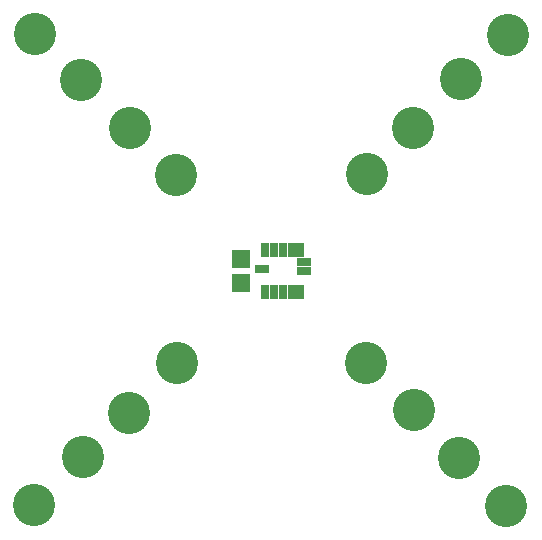
<source format=gbr>
G04 #@! TF.FileFunction,Soldermask,Bot*
%FSLAX46Y46*%
G04 Gerber Fmt 4.6, Leading zero omitted, Abs format (unit mm)*
G04 Created by KiCad (PCBNEW 4.0.6) date 05/07/17 20:50:35*
%MOMM*%
%LPD*%
G01*
G04 APERTURE LIST*
%ADD10C,0.100000*%
%ADD11R,1.600000X1.600000*%
%ADD12C,2.940000*%
%ADD13C,3.575000*%
%ADD14R,0.750000X1.205000*%
%ADD15R,1.205000X0.800000*%
G04 APERTURE END LIST*
D10*
D11*
X124079300Y-101180300D03*
X124079300Y-103280300D03*
D12*
X138711300Y-114031300D03*
D13*
X138711300Y-114031300D03*
D12*
X114571300Y-114212300D03*
D13*
X114571300Y-114212300D03*
D12*
X138600300Y-90162300D03*
D13*
X138600300Y-90162300D03*
D12*
X114650300Y-90102300D03*
D13*
X114650300Y-90102300D03*
D12*
X134666300Y-110058300D03*
D13*
X134666300Y-110058300D03*
D12*
X118674300Y-110046300D03*
D13*
X118674300Y-110046300D03*
D12*
X134715300Y-94041300D03*
D13*
X134715300Y-94041300D03*
D12*
X118568300Y-94067300D03*
D13*
X118568300Y-94067300D03*
D12*
X106674300Y-82154300D03*
D13*
X106674300Y-82154300D03*
D12*
X106555300Y-122067300D03*
D13*
X106555300Y-122067300D03*
D12*
X146552300Y-122128300D03*
D13*
X146552300Y-122128300D03*
D12*
X146669300Y-82278300D03*
D13*
X146669300Y-82278300D03*
D12*
X110551300Y-86090300D03*
D13*
X110551300Y-86090300D03*
D12*
X110696300Y-118013300D03*
D13*
X110696300Y-118013300D03*
D12*
X142515300Y-118040300D03*
D13*
X142515300Y-118040300D03*
D12*
X142680300Y-86008300D03*
D13*
X142680300Y-86008300D03*
D14*
X126109900Y-100483200D03*
X126859900Y-100483200D03*
X127609900Y-100483200D03*
X128359900Y-100483200D03*
X129109900Y-100483200D03*
D15*
X129382400Y-101455700D03*
D14*
X129109900Y-104028200D03*
X128359900Y-104028200D03*
X127609900Y-104028200D03*
X126859900Y-104028200D03*
X126109900Y-104028200D03*
D15*
X125837400Y-102080700D03*
X129382400Y-102255700D03*
M02*

</source>
